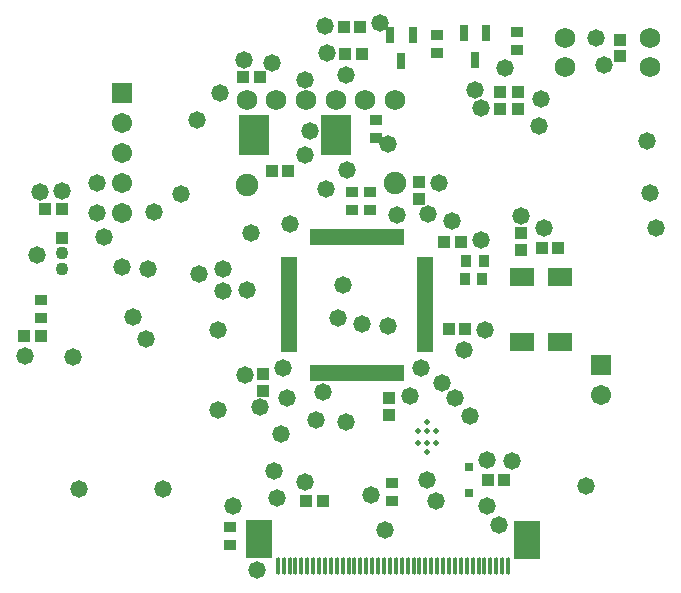
<source format=gbs>
G04*
G04 #@! TF.GenerationSoftware,Altium Limited,Altium Designer,18.0.12 (696)*
G04*
G04 Layer_Color=16711935*
%FSLAX44Y44*%
%MOMM*%
G71*
G01*
G75*
%ADD41R,1.1032X0.9032*%
%ADD42R,1.0032X1.1032*%
%ADD44R,0.9032X1.1032*%
%ADD47R,1.1032X1.0032*%
%ADD58R,0.8032X1.3532*%
%ADD62C,1.7272*%
%ADD64C,0.5032*%
%ADD65C,1.7032*%
%ADD66R,1.7032X1.7032*%
%ADD67C,1.9032*%
%ADD68R,1.1032X1.1032*%
%ADD69C,1.1032*%
%ADD70C,1.4732*%
G04:AMPARAMS|DCode=99|XSize=1.4532mm|YSize=0.4032mm|CornerRadius=0.1516mm|HoleSize=0mm|Usage=FLASHONLY|Rotation=90.000|XOffset=0mm|YOffset=0mm|HoleType=Round|Shape=RoundedRectangle|*
%AMROUNDEDRECTD99*
21,1,1.4532,0.1000,0,0,90.0*
21,1,1.1500,0.4032,0,0,90.0*
1,1,0.3032,0.0500,0.5750*
1,1,0.3032,0.0500,-0.5750*
1,1,0.3032,-0.0500,-0.5750*
1,1,0.3032,-0.0500,0.5750*
%
%ADD99ROUNDEDRECTD99*%
%ADD100R,2.2032X3.2032*%
%ADD101R,0.7032X0.7032*%
%ADD102R,2.1032X1.5032*%
%ADD103R,0.5080X1.3970*%
%ADD104R,1.3970X0.5080*%
%ADD105R,2.6032X3.5032*%
D41*
X637540Y280790D02*
D03*
Y295790D02*
D03*
X340360Y435730D02*
D03*
Y450730D02*
D03*
X675640Y660520D02*
D03*
Y675520D02*
D03*
X603250Y542050D02*
D03*
Y527050D02*
D03*
X618490Y542170D02*
D03*
Y527170D02*
D03*
X500380Y258960D02*
D03*
Y243960D02*
D03*
X742950Y663060D02*
D03*
Y678060D02*
D03*
X623570Y588130D02*
D03*
Y603130D02*
D03*
D42*
X564500Y280670D02*
D03*
X578500D02*
D03*
X685150Y426720D02*
D03*
X699150D02*
D03*
X777890Y495300D02*
D03*
X763890D02*
D03*
X339740Y420370D02*
D03*
X325740D02*
D03*
X357520Y528320D02*
D03*
X343520D02*
D03*
X611520Y659130D02*
D03*
X597520D02*
D03*
X610250Y681990D02*
D03*
X596250D02*
D03*
X535290Y560070D02*
D03*
X549290D02*
D03*
X511160Y640080D02*
D03*
X525160D02*
D03*
X732170Y298450D02*
D03*
X718170D02*
D03*
X695340Y500380D02*
D03*
X681340D02*
D03*
D44*
X698620Y468630D02*
D03*
X713620D02*
D03*
X699890Y483870D02*
D03*
X714890D02*
D03*
D47*
X528320Y388000D02*
D03*
Y374000D02*
D03*
X746760Y493380D02*
D03*
Y507380D02*
D03*
X660400Y536560D02*
D03*
Y550560D02*
D03*
X744220Y626760D02*
D03*
Y612760D02*
D03*
X635000Y367680D02*
D03*
Y353680D02*
D03*
X830580Y671210D02*
D03*
Y657210D02*
D03*
X728980Y612760D02*
D03*
Y626760D02*
D03*
D58*
X707390Y654230D02*
D03*
X716890Y676730D02*
D03*
X697890D02*
D03*
X645183Y652960D02*
D03*
X654683Y675460D02*
D03*
X635683D02*
D03*
D62*
X514350Y620640D02*
D03*
X539350D02*
D03*
X564350D02*
D03*
X589350D02*
D03*
X614350D02*
D03*
X639350D02*
D03*
X783590Y673100D02*
D03*
Y648500D02*
D03*
X855390Y673100D02*
D03*
Y648100D02*
D03*
D64*
X666750Y329860D02*
D03*
X659000D02*
D03*
X674500D02*
D03*
X666750Y340360D02*
D03*
X659000D02*
D03*
X674500D02*
D03*
X666750Y322360D02*
D03*
Y347860D02*
D03*
D65*
X814070Y370840D02*
D03*
X408940Y600710D02*
D03*
Y575310D02*
D03*
Y549910D02*
D03*
Y524510D02*
D03*
D66*
X814070Y396240D02*
D03*
X408940Y626110D02*
D03*
D67*
X514350Y548640D02*
D03*
X639350Y549640D02*
D03*
D68*
X358140Y503520D02*
D03*
D69*
Y490520D02*
D03*
Y477520D02*
D03*
D70*
X551180Y515620D02*
D03*
X855980Y541940D02*
D03*
X861060Y511810D02*
D03*
X435610Y525780D02*
D03*
X599320Y561340D02*
D03*
X581660Y544830D02*
D03*
X641350Y523240D02*
D03*
X326390Y403830D02*
D03*
X458350Y541020D02*
D03*
X563880Y297180D02*
D03*
X739140Y314960D02*
D03*
X563880Y637540D02*
D03*
X512280Y654050D02*
D03*
X816610Y650240D02*
D03*
X582530Y660400D02*
D03*
X580390Y683260D02*
D03*
X631190Y256540D02*
D03*
X707300Y628650D02*
D03*
X712470Y613410D02*
D03*
X765810Y511810D02*
D03*
X543560Y337820D02*
D03*
X598170Y347980D02*
D03*
X339090Y542290D02*
D03*
X358140Y543560D02*
D03*
X513080Y387350D02*
D03*
X525780Y360680D02*
D03*
X668020Y524185D02*
D03*
X676910Y549910D02*
D03*
X712470Y501650D02*
D03*
X688340Y518160D02*
D03*
X746760Y521970D02*
D03*
X430530Y477520D02*
D03*
X473710Y473090D02*
D03*
X408940Y478790D02*
D03*
X852820Y585470D02*
D03*
X627380Y685800D02*
D03*
X598170Y641350D02*
D03*
X809790Y672630D02*
D03*
X690880Y368300D02*
D03*
X661670Y393700D02*
D03*
X652780Y369570D02*
D03*
X679450Y381000D02*
D03*
X336550Y488950D02*
D03*
X716280Y425450D02*
D03*
X567690Y594360D02*
D03*
X563880Y574040D02*
D03*
X732790Y647700D02*
D03*
X762000Y598170D02*
D03*
X535940Y651510D02*
D03*
X472440Y603250D02*
D03*
X387350Y524510D02*
D03*
Y549910D02*
D03*
X443230Y290830D02*
D03*
X372110D02*
D03*
X523240Y222250D02*
D03*
X674370Y280670D02*
D03*
X666750Y298450D02*
D03*
X579120Y373027D02*
D03*
X548640Y368300D02*
D03*
X573182Y349662D02*
D03*
X537210Y306070D02*
D03*
X502920Y276860D02*
D03*
X801370Y293370D02*
D03*
X703580Y353060D02*
D03*
X591820Y435610D02*
D03*
X718020Y315430D02*
D03*
X698477Y408918D02*
D03*
X717550Y276860D02*
D03*
X727710Y260350D02*
D03*
X494030Y458470D02*
D03*
X633730Y582930D02*
D03*
X595630Y463550D02*
D03*
X612140Y430530D02*
D03*
X763270Y621030D02*
D03*
X490220Y425450D02*
D03*
Y358140D02*
D03*
X491490Y626110D02*
D03*
X518160Y508000D02*
D03*
X429260Y417830D02*
D03*
X367030Y402590D02*
D03*
X514350Y459740D02*
D03*
X494030Y477520D02*
D03*
X417830Y436880D02*
D03*
X393670Y504160D02*
D03*
X633730Y429260D02*
D03*
X544830Y393700D02*
D03*
X619760Y285750D02*
D03*
X539750Y283210D02*
D03*
D99*
X735420Y225850D02*
D03*
X690420D02*
D03*
X670420D02*
D03*
X650420D02*
D03*
X630420D02*
D03*
X730420D02*
D03*
X710420D02*
D03*
X540420D02*
D03*
X545420D02*
D03*
X550420D02*
D03*
X555420D02*
D03*
X560420D02*
D03*
X565420D02*
D03*
X570420D02*
D03*
X575420D02*
D03*
X580420D02*
D03*
X585420D02*
D03*
X590420D02*
D03*
X595420D02*
D03*
X600420D02*
D03*
X605420D02*
D03*
X610420D02*
D03*
X615420D02*
D03*
X620420D02*
D03*
X625420D02*
D03*
X635420D02*
D03*
X640420D02*
D03*
X645420D02*
D03*
X655420D02*
D03*
X660420D02*
D03*
X665420D02*
D03*
X675420D02*
D03*
X680420D02*
D03*
X685420D02*
D03*
X695420D02*
D03*
X700420D02*
D03*
X705420D02*
D03*
X715420D02*
D03*
X720420D02*
D03*
X725420D02*
D03*
D100*
X751420Y247850D02*
D03*
X524420Y248850D02*
D03*
D101*
X702310Y287330D02*
D03*
Y309330D02*
D03*
D102*
X779270Y470088D02*
D03*
Y415088D02*
D03*
X747270D02*
D03*
Y470088D02*
D03*
D103*
X645134Y504540D02*
D03*
X640134D02*
D03*
X635134D02*
D03*
X630134D02*
D03*
X625134D02*
D03*
X620134D02*
D03*
X615134D02*
D03*
X610134D02*
D03*
X605134D02*
D03*
X600134D02*
D03*
X595134D02*
D03*
X590134D02*
D03*
X585134D02*
D03*
X580134D02*
D03*
X575134D02*
D03*
X570134D02*
D03*
Y389540D02*
D03*
X575134D02*
D03*
X580134D02*
D03*
X585134D02*
D03*
X590134D02*
D03*
X595134D02*
D03*
X600134D02*
D03*
X605134D02*
D03*
X610134D02*
D03*
X615134D02*
D03*
X620134D02*
D03*
X625134D02*
D03*
X630134D02*
D03*
X635134D02*
D03*
X640134D02*
D03*
X645134D02*
D03*
D104*
X550134Y484540D02*
D03*
Y479540D02*
D03*
Y474540D02*
D03*
Y469540D02*
D03*
Y464540D02*
D03*
Y459540D02*
D03*
Y454540D02*
D03*
Y449540D02*
D03*
Y444540D02*
D03*
Y439540D02*
D03*
Y434540D02*
D03*
Y429540D02*
D03*
Y424540D02*
D03*
Y419540D02*
D03*
Y414540D02*
D03*
Y409540D02*
D03*
X665134D02*
D03*
Y414540D02*
D03*
Y419540D02*
D03*
Y424540D02*
D03*
Y429540D02*
D03*
Y434540D02*
D03*
Y439540D02*
D03*
Y444540D02*
D03*
Y449540D02*
D03*
Y454540D02*
D03*
Y459540D02*
D03*
Y464540D02*
D03*
Y469540D02*
D03*
Y474540D02*
D03*
Y479540D02*
D03*
Y484540D02*
D03*
D105*
X520240Y590550D02*
D03*
X589740D02*
D03*
M02*

</source>
